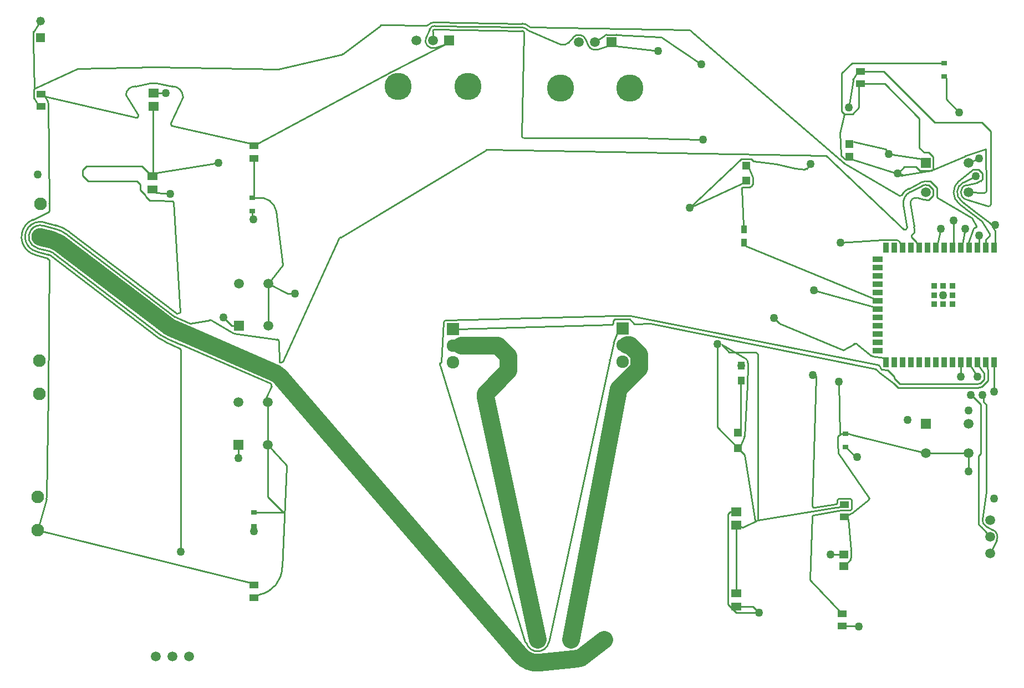
<source format=gtl>
G04*
G04 #@! TF.GenerationSoftware,Altium Limited,Altium Designer,25.4.2 (15)*
G04*
G04 Layer_Physical_Order=1*
G04 Layer_Color=255*
%FSLAX44Y44*%
%MOMM*%
G71*
G04*
G04 #@! TF.SameCoordinates,4A3AD181-7CB4-4688-AC2E-BB694ACB6322*
G04*
G04*
G04 #@! TF.FilePolarity,Positive*
G04*
G01*
G75*
%ADD16R,1.4986X1.3208*%
%ADD17R,0.9000X1.5000*%
%ADD18R,1.5000X0.9000*%
%ADD19R,0.9000X0.9000*%
%ADD20R,0.9500X1.2000*%
%ADD21R,1.1000X1.2500*%
%ADD22R,1.4986X1.2700*%
%ADD23R,0.9398X0.7620*%
%ADD24R,1.4500X1.1500*%
%ADD25R,1.2508X1.2088*%
%ADD26R,1.4000X1.0500*%
%ADD27R,1.1500X1.1500*%
%ADD36C,1.4986*%
%ADD39R,1.4986X1.4986*%
%ADD40R,1.4986X1.4986*%
%ADD41R,1.3208X1.3208*%
%ADD42C,1.3208*%
%ADD49C,0.2946*%
%ADD50C,2.7178*%
%ADD51C,0.2946*%
%ADD52R,1.9200X1.9200*%
%ADD53C,1.9200*%
%ADD54R,1.5000X1.5000*%
%ADD55C,1.5000*%
%ADD56C,4.1550*%
%ADD57C,1.9500*%
%ADD58C,1.8000*%
%ADD59C,1.2700*%
D16*
X481330Y1137666D02*
D03*
Y1117600D02*
D03*
X1371600Y497840D02*
D03*
Y477774D02*
D03*
D17*
X1765000Y901840D02*
D03*
X1752300D02*
D03*
X1739600D02*
D03*
X1726900D02*
D03*
X1714200D02*
D03*
X1701500D02*
D03*
X1688800D02*
D03*
X1676100D02*
D03*
X1663400D02*
D03*
X1650700D02*
D03*
X1638000D02*
D03*
X1625300D02*
D03*
X1612600D02*
D03*
X1599900D02*
D03*
Y726840D02*
D03*
X1612600D02*
D03*
X1625300D02*
D03*
X1638000D02*
D03*
X1650700D02*
D03*
X1663400D02*
D03*
X1676100D02*
D03*
X1688800D02*
D03*
X1701500D02*
D03*
X1714200D02*
D03*
X1726900D02*
D03*
X1739600D02*
D03*
X1752300D02*
D03*
X1765000D02*
D03*
D18*
X1587400Y884190D02*
D03*
Y871490D02*
D03*
Y858790D02*
D03*
Y846090D02*
D03*
Y833390D02*
D03*
Y820690D02*
D03*
Y807990D02*
D03*
Y795290D02*
D03*
Y782590D02*
D03*
Y769890D02*
D03*
Y757190D02*
D03*
Y744490D02*
D03*
D19*
X1687800Y829340D02*
D03*
Y815340D02*
D03*
X1701800D02*
D03*
Y829340D02*
D03*
Y843340D02*
D03*
X1687800D02*
D03*
X1673800D02*
D03*
Y829340D02*
D03*
Y815340D02*
D03*
D20*
X1383030Y929980D02*
D03*
Y908980D02*
D03*
D21*
X1379220Y698180D02*
D03*
Y721680D02*
D03*
D22*
X1371600Y352933D02*
D03*
Y373507D02*
D03*
X480060Y990473D02*
D03*
Y1011047D02*
D03*
D23*
X632460Y957326D02*
D03*
Y977900D02*
D03*
X635000Y476123D02*
D03*
Y496697D02*
D03*
X1689100Y1163320D02*
D03*
Y1183894D02*
D03*
X1537970Y596773D02*
D03*
Y617347D02*
D03*
D24*
X1535430Y433070D02*
D03*
Y415070D02*
D03*
D25*
X1544320Y1059834D02*
D03*
Y1040746D02*
D03*
D26*
X1536700Y490270D02*
D03*
Y509270D02*
D03*
X1560830Y1151940D02*
D03*
Y1170940D02*
D03*
X635000Y1038250D02*
D03*
Y1057250D02*
D03*
Y367030D02*
D03*
Y386030D02*
D03*
X1532890Y323240D02*
D03*
Y342240D02*
D03*
X309880Y1117600D02*
D03*
Y1136600D02*
D03*
D27*
X1374140Y618810D02*
D03*
Y595310D02*
D03*
X1386840Y1027430D02*
D03*
Y1003930D02*
D03*
D36*
X485140Y276860D02*
D03*
X510540D02*
D03*
X535940D02*
D03*
X1758950Y485140D02*
D03*
Y459740D02*
D03*
Y434340D02*
D03*
X1725930Y1031240D02*
D03*
Y986240D02*
D03*
X1660930D02*
D03*
X610870Y665480D02*
D03*
X655870D02*
D03*
Y600480D02*
D03*
X612140Y847090D02*
D03*
X657140D02*
D03*
Y782090D02*
D03*
X1725930Y632460D02*
D03*
Y587460D02*
D03*
X1660930D02*
D03*
D39*
Y1031240D02*
D03*
Y632460D02*
D03*
D40*
X610870Y600480D02*
D03*
X612140Y782090D02*
D03*
D41*
X308610Y1223010D02*
D03*
D42*
Y1248410D02*
D03*
D49*
X928825Y790852D02*
G03*
X924927Y787120I105J-4012D01*
G01*
X919039Y725179D02*
G03*
X919480Y721360I10633J-707D01*
G01*
X1717974Y1001255D02*
G03*
X1715576Y972766I7956J-15015D01*
G01*
X1718352Y1001449D02*
G03*
X1717974Y1001255I7578J-15209D01*
G01*
X1739465Y1000773D02*
G03*
X1744638Y1003543I-2105J10147D01*
G01*
X1711873Y1003781D02*
G03*
X1712223Y968423I14058J-17541D01*
G01*
X1723611Y997510D02*
G03*
X1722534Y975246I2319J-11270D01*
G01*
X1573848Y516221D02*
G03*
X1574928Y518502I-1866J2280D01*
G01*
X1546693Y438820D02*
G03*
X1546676Y439196I-4013J-0D01*
G01*
X1546693Y438820D02*
G03*
X1546676Y439196I-4013J-0D01*
G01*
X1545748Y424733D02*
G03*
X1546693Y427320I-3068J2587D01*
G01*
X1545748Y424733D02*
G03*
X1546693Y427320I-3068J2587D01*
G01*
X1543391Y616922D02*
G03*
X1542415Y617042I-976J-3893D01*
G01*
X1543391Y616922D02*
G03*
X1542415Y617042I-976J-3893D01*
G01*
X1722108Y1042093D02*
G03*
X1721444Y1041836I3822J-10853D01*
G01*
X1722108Y1042093D02*
G03*
X1721444Y1041836I3822J-10853D01*
G01*
X1669129Y1019797D02*
G03*
X1669987Y1020051I-706J3950D01*
G01*
X1577377Y736869D02*
G03*
X1579191Y736040I2523J3121D01*
G01*
X1577377Y736869D02*
G03*
X1579191Y736040I2523J3121D01*
G01*
X1551168Y755165D02*
X1551169D01*
X1436982Y786548D02*
G03*
X1437937Y785901I2099J2068D01*
G01*
X1436982Y786548D02*
G03*
X1437937Y785901I2099J2068D01*
G01*
X1595400Y913353D02*
G03*
X1595151Y913345I0J-4013D01*
G01*
X1643228Y931706D02*
G03*
X1643064Y933702I-13919J-138D01*
G01*
X1643228Y931675D02*
G03*
X1643228Y931706I-5486J1D01*
G01*
X569889Y790656D02*
G03*
X567888Y791027I-1504J-2534D01*
G01*
X602591Y771150D02*
G03*
X604097Y770621I2056J3447D01*
G01*
X673173Y758605D02*
G03*
X670632Y761419I-2945J-105D01*
G01*
X674896Y726021D02*
G03*
X674287Y726292I-15823J-34715D01*
G01*
X1756150Y964862D02*
G03*
X1759966Y967654I870J2815D01*
G01*
X1476281Y1021408D02*
G03*
X1478755Y1022372I282J2933D01*
G01*
X1476281Y1021408D02*
G03*
X1476282Y1021408I282J2933D01*
G01*
X1389579Y721383D02*
G03*
X1389473Y723186I-10359J297D01*
G01*
X1389579Y721383D02*
G03*
X1389473Y723186I-10359J297D01*
G01*
X1141644Y1220024D02*
G03*
X1122353Y1223095I-10604J-4484D01*
G01*
X1044959Y1238572D02*
G03*
X1044875Y1238574I-173J-5484D01*
G01*
X1103322Y1212230D02*
G03*
X1115260Y1214939I4118J9510D01*
G01*
X911172Y1240736D02*
G03*
X903261Y1235575I-138J-8432D01*
G01*
X844246Y1170222D02*
G03*
X843679Y1169927I11144J-22142D01*
G01*
X526566Y1132882D02*
G03*
X510490Y1148283I-16076J-690D01*
G01*
X453593D02*
G03*
X439458Y1135145I0J-14173D01*
G01*
X320893Y1122864D02*
G03*
X320289Y1124969I-4013J-14D01*
G01*
X322373Y969010D02*
G03*
X322373Y969142I-13763J0D01*
G01*
X321101Y677958D02*
G03*
X321103Y678107I-13761J222D01*
G01*
X318048Y516971D02*
G03*
X318561Y520478I-13248J3729D01*
G01*
X1590535Y720192D02*
G03*
X1590000Y721135I-2787J-956D01*
G01*
X1209938Y797505D02*
G03*
X1208872Y797610I-1065J-5382D01*
G01*
X1186348D02*
G03*
X1186218Y797608I0J-5486D01*
G01*
D02*
G03*
X1186204Y797608I130J-5485D01*
G01*
X1178216Y730198D02*
G03*
X1178139Y729859I17131J-4044D01*
G01*
X1051239Y297105D02*
G03*
X1085267Y298505I16831J5155D01*
G01*
X1660930Y1003233D02*
G03*
X1653153Y1001348I0J-16993D01*
G01*
X1045135Y1244055D02*
G03*
X1044953Y1244060I-349J-10967D01*
G01*
X1054377Y1240179D02*
G03*
X1045135Y1244055I-9644J-10037D01*
G01*
X1301371Y1233740D02*
G03*
X1299498Y1234456I-1925J-2230D01*
G01*
X1634624Y991801D02*
G03*
X1625132Y983212I11394J-22131D01*
G01*
X911274Y1246221D02*
G03*
X900913Y1241860I-240J-13917D01*
G01*
X898735Y1240937D02*
G03*
X900913Y1241860I36J2946D01*
G01*
X298565Y1231680D02*
G03*
X297993Y1229614I3441J-2066D01*
G01*
Y1216406D02*
G03*
X297994Y1216311I4013J0D01*
G01*
X299694Y1144290D02*
G03*
X298867Y1141850I3186J-2440D01*
G01*
Y1131350D02*
G03*
X299471Y1129232I4013J0D01*
G01*
X1047679Y1230074D02*
G03*
X1044786Y1233088I-2946J68D01*
G01*
X1047679Y1230074D02*
G03*
X1044786Y1233088I-2946J68D01*
G01*
X911081Y1235250D02*
G03*
X908088Y1232252I-48J-2946D01*
G01*
X911081Y1235250D02*
G03*
X908088Y1232252I-48J-2946D01*
G01*
X1044010Y1072345D02*
G03*
X1046956Y1069340I2946J-58D01*
G01*
X1044010Y1072345D02*
G03*
X1046956Y1069340I2946J-58D01*
G01*
X1220509Y1069339D02*
G03*
X1220431Y1069340I-78J-2945D01*
G01*
X1220509Y1069339D02*
G03*
X1220431Y1069340I-78J-2945D01*
G01*
X1257964Y1222567D02*
G03*
X1256514Y1223056I-1634J-2452D01*
G01*
X1257964Y1222567D02*
G03*
X1256514Y1223056I-1634J-2452D01*
G01*
X669036Y957722D02*
G03*
X641067Y977595I-24284J-4560D01*
G01*
X489768Y763714D02*
G03*
X490378Y763260I29624J39186D01*
G01*
X490432Y763220D02*
G03*
X490853Y762916I28960J39679D01*
G01*
X490853Y762916D02*
G03*
X490862Y762910I3200J4456D01*
G01*
X352313Y926360D02*
G03*
X332869Y935785I-33073J-43456D01*
G01*
X314440Y940551D02*
G03*
X314335Y940578I-10214J-39388D01*
G01*
X1660930Y997746D02*
G03*
X1655660Y996468I0J-11506D01*
G01*
X1660930Y997746D02*
G03*
X1655660Y996468I0J-11506D01*
G01*
X1657879Y975145D02*
G03*
X1660930Y974734I3050J11094D01*
G01*
X1657879Y975145D02*
G03*
X1660930Y974734I3050J11094D01*
G01*
X1637130Y986920D02*
G03*
X1626838Y966717I8888J-17250D01*
G01*
X1627286Y929426D02*
G03*
X1632220Y932021I2022J2143D01*
G01*
X1627286Y929426D02*
G03*
X1632220Y932021I2022J2143D01*
G01*
X494053Y767373D02*
G03*
X494062Y767367I10188J14354D01*
G01*
X494053Y767373D02*
G03*
X494062Y767367I10188J14354D01*
G01*
X348991Y921993D02*
G03*
X331508Y930471I-29751J-39090D01*
G01*
X348991Y921993D02*
G03*
X331508Y930471I-29751J-39090D01*
G01*
X313060Y935241D02*
G03*
X312959Y935266I-8833J-34078D01*
G01*
D02*
G03*
X294634Y928911I-4350J-17056D01*
G01*
X327670Y893980D02*
G03*
X322724Y896379I-8430J-11076D01*
G01*
X327670Y893980D02*
G03*
X322724Y896379I-8430J-11076D01*
G01*
X294634Y928911D02*
G03*
X304200Y901169I13976J-10701D01*
G01*
X294634Y928911D02*
G03*
X304199Y901169I13976J-10701D01*
G01*
X643838Y371460D02*
G03*
X677933Y412874I-8181J41476D01*
G01*
X502010Y762874D02*
G03*
X502044Y762859I17383J40026D01*
G01*
X502010Y762874D02*
G03*
X502044Y762859I17383J40026D01*
G01*
X494062Y767366D02*
G03*
X501966Y762893I25330J35533D01*
G01*
X494062Y767366D02*
G03*
X501966Y762893I25330J35533D01*
G01*
X523690Y753509D02*
G03*
X523619Y753540I-3396J-7719D01*
G01*
X523691Y753508D02*
G03*
X523619Y753540I-3398J-7718D01*
G01*
X1392590Y994167D02*
G03*
X1396603Y998180I-0J4013D01*
G01*
X1392590Y994167D02*
G03*
X1396603Y998180I-0J4013D01*
G01*
X1382834Y994155D02*
G03*
X1379895Y991208I7J-2946D01*
G01*
X1382834Y994155D02*
G03*
X1379895Y991208I7J-2946D01*
G01*
Y991208D02*
G03*
X1379897Y991096I2946J0D01*
G01*
X1379895Y991208D02*
G03*
X1379897Y991096I2946J0D01*
G01*
X1769208Y454528D02*
G03*
X1763820Y470165I-10258J5212D01*
G01*
X1769208Y454528D02*
G03*
X1763820Y470165I-10258J5212D01*
G01*
X1747556Y486741D02*
G03*
X1754080Y474715I11394J-1601D01*
G01*
X1747556Y486741D02*
G03*
X1754080Y474715I11394J-1601D01*
G01*
X1145436Y1211056D02*
G03*
X1159543Y1204573I10604J4484D01*
G01*
X1051646Y1235198D02*
G03*
X1054094Y1233580I5803J6119D01*
G01*
X1051619Y1235224D02*
G03*
X1051647Y1235198I3793J3964D01*
G01*
X1050586Y1236213D02*
G03*
X1044959Y1238572I-5853J-6071D01*
G01*
X897778Y1222546D02*
G03*
X911893Y1207113I10612J-4466D01*
G01*
X1055422Y1239179D02*
G03*
X1057390Y1238371I2028J2138D01*
G01*
X1646112Y911090D02*
G03*
X1645272Y912242I-3612J-1750D01*
G01*
X514473Y796050D02*
G03*
X516022Y795169I4919J6849D01*
G01*
X991443Y1051545D02*
G03*
X989877Y1051126I-50J-2946D01*
G01*
X1648276Y977795D02*
G03*
X1637687Y968364I-2258J-8125D01*
G01*
X297243Y944427D02*
G03*
X285924Y935585I11367J-26217D01*
G01*
X321373Y891062D02*
G03*
X321331Y891073I-2133J-8159D01*
G01*
X324347Y889614D02*
G03*
X321373Y891062I-5107J-6711D01*
G01*
X499777Y757862D02*
G03*
X499834Y757837I9234J21162D01*
G01*
D02*
G03*
X499837Y757836I19558J45063D01*
G01*
X290271Y932237D02*
G03*
X302845Y895853I18339J-14028D01*
G01*
X1184842Y757831D02*
G03*
X1184308Y756002I12768J-4721D01*
G01*
X1085267Y298505D02*
G03*
X1085274Y298538I-17197J3755D01*
G01*
X1388690Y728514D02*
G03*
X1386763Y731384I-3970J-584D01*
G01*
X1388726Y691685D02*
G03*
X1388732Y691815I-4006J245D01*
G01*
X1383571Y611462D02*
G03*
X1383896Y612815I-3681J1598D01*
G01*
X1550421Y1159308D02*
G03*
X1549870Y1157841I3409J-2118D01*
G01*
X1476282Y1021408D02*
G03*
X1478755Y1022372I281J2933D01*
G01*
X1382034Y999602D02*
G03*
X1379322Y998871I808J-8394D01*
G01*
X1750799Y985599D02*
G03*
X1753812Y988600I67J2946D01*
G01*
X1209954Y797502D02*
G03*
X1209938Y797505I-1082J-5379D01*
G01*
X1535892Y1031328D02*
G03*
X1535900Y1031324I2174J3374D01*
G01*
X1535891Y1031329D02*
G03*
X1535892Y1031328I2175J3373D01*
G01*
X830330Y1242044D02*
G03*
X828498Y1241442I-48J-2946D01*
G01*
X1620538Y981294D02*
G03*
X1624498Y982235I1488J2543D01*
G01*
X770200Y1197406D02*
G03*
X771310Y1197930I-674J2868D01*
G01*
X301189Y1145489D02*
G03*
X299694Y1144290I1691J-3639D01*
G01*
X1188776Y1227046D02*
G03*
X1188540Y1227053I-236J-4006D01*
G01*
X1173540D02*
G03*
X1171217Y1226313I0J-4013D01*
G01*
X489641Y763810D02*
G03*
X489646Y763806I3323J4366D01*
G01*
X489753Y763725D02*
G03*
X489768Y763714I27854J36831D01*
G01*
X314308Y940584D02*
G03*
X290271Y932238I-5698J-22374D01*
G01*
X1626840Y966705D02*
G03*
X1626842Y966695I5423J831D01*
G01*
X1626838Y966717D02*
G03*
X1626840Y966705I10846J1661D01*
G01*
X767075Y917391D02*
G03*
X764540Y915670I146J-2943D01*
G01*
X674896Y726021D02*
G03*
X678794Y727482I1217J2683D01*
G01*
X661754Y690084D02*
G03*
X660255Y694005I-2681J1222D01*
G01*
X514473Y796050D02*
G03*
X514466Y796055I-10231J-14323D01*
G01*
X537711Y785800D02*
G03*
X537598Y785850I-17418J-40010D01*
G01*
X514285Y796189D02*
G03*
X514293Y796183I3323J4366D01*
G01*
X501966Y762893D02*
G03*
X502010Y762874I7044J16131D01*
G01*
X1546080Y494567D02*
G03*
X1548836Y495760I-718J5439D01*
G01*
X1396603Y1009680D02*
G03*
X1396271Y1011278I-4013J0D01*
G01*
X285924Y935585D02*
G03*
X285910Y935566I4347J-3347D01*
G01*
X285910Y935566D02*
G03*
X301446Y890548I22700J-17356D01*
G01*
X1535444Y1031664D02*
G03*
X1535891Y1031329I2623J3038D01*
G01*
X489646Y763806D02*
G03*
X489753Y763725I27962J36749D01*
G01*
X314335Y940578D02*
G03*
X314323Y940581I-1375J-5311D01*
G01*
X314315Y940583D02*
G03*
X314313Y940583I-10089J-39420D01*
G01*
X490862Y762910D02*
G03*
X499773Y757864I28530J39990D01*
G01*
X314323Y940581D02*
G03*
X314315Y940583I-5713J-22371D01*
G01*
X492964Y768176D02*
G03*
X493076Y768091I24644J32379D01*
G01*
D02*
G03*
X493714Y767617I26316J34809D01*
G01*
X493714Y767617D02*
G03*
X494053Y767373I25678J35283D01*
G01*
X514293Y796183D02*
G03*
X514466Y796055I5099J6717D01*
G01*
X314313Y940583D02*
G03*
X314308Y940584I-1353J-5317D01*
G01*
X1620712Y911090D02*
G03*
X1617100Y913353I-3611J-1750D01*
G01*
X920966Y727609D02*
X924927Y787120D01*
X919480Y721360D02*
X1048609Y298525D01*
X919039Y725179D02*
X920966Y727609D01*
X1048609Y298525D02*
X1051232Y297130D01*
X919480Y721360D02*
X919480Y721360D01*
X1715576Y972766D02*
X1738517Y955117D01*
X1763063Y933916D02*
X1763082Y933885D01*
X1764359Y931769D01*
X481330Y1137920D02*
X500380D01*
X1358900Y356870D02*
X1371600Y344170D01*
X1204511Y741136D02*
Y752566D01*
X1752300Y913892D02*
X1758916Y920508D01*
X1747416Y941348D02*
X1747805Y940959D01*
X1712223Y968423D02*
X1747264Y941465D01*
X1747416Y941348D01*
X1747805Y940959D02*
X1758916Y922549D01*
Y920508D02*
Y922549D01*
X1758495Y940008D02*
X1761776Y936728D01*
X1761776Y936688D02*
X1763502Y934962D01*
X1765000Y901840D02*
X1767271Y907867D01*
X1763502Y934962D02*
X1764825D01*
X1763063Y933916D02*
X1764825Y934962D01*
X1761776Y936728D02*
X1761776Y936688D01*
X1764359Y931769D02*
X1767257Y936405D01*
X1764359Y931769D02*
X1767271Y927185D01*
X1738517Y955117D02*
X1758495Y940008D01*
X1767271Y907867D02*
Y927185D01*
X1739600Y901840D02*
X1742440Y907867D01*
Y920750D01*
X1530171Y1076800D02*
X1530173Y1076742D01*
X1536700Y1105916D02*
X1549400D01*
X1530171Y1076800D02*
Y1077188D01*
X1530173Y1076742D02*
X1531470Y1043578D01*
X1530171Y1077188D02*
X1536700Y1105916D01*
X1537110Y1037474D02*
X1539046D01*
X1531516Y1042425D02*
X1532408Y1041533D01*
X1531470Y1043578D02*
X1531516Y1042425D01*
X1532408Y1041533D02*
X1537110Y1037474D01*
X1539539Y1037780D02*
X1544320Y1040746D01*
X1539046Y1037474D02*
X1539539Y1037780D01*
X1599907Y1051629D02*
X1604010Y1045210D01*
X1550647Y1063123D02*
X1599071Y1052465D01*
X1599907Y1051629D01*
X1725930Y1031240D02*
X1742509Y1038290D01*
X1689100Y1163320D02*
X1689989D01*
X1692326Y1160983D01*
Y1128344D02*
Y1160983D01*
Y1128344D02*
X1711960Y1108710D01*
X1746504Y1092962D02*
X1759966Y1079500D01*
X1596390Y1170940D02*
X1674368Y1092962D01*
X1746504D01*
X1759966Y967665D02*
Y1079500D01*
X1747724Y1006629D02*
Y1015214D01*
X1739437Y1000767D02*
X1739465Y1000773D01*
X1741654Y1021285D02*
X1747724Y1015214D01*
X1733069Y1021285D02*
X1741654D01*
X1711873Y1003781D02*
X1733069Y1021285D01*
X1718352Y1001449D02*
X1737361Y1010921D01*
X1744638Y1003543D02*
X1747724Y1006629D01*
X1723611Y997510D02*
X1739437Y1000767D01*
X1725601Y907867D02*
X1726900Y901840D01*
X1733615Y930946D02*
X1734445Y931775D01*
X1734892Y931992D02*
X1737872Y933435D01*
X1725601Y907867D02*
X1733615Y930946D01*
X1734445Y931775D02*
X1734892Y931992D01*
X1752300Y901840D02*
Y913892D01*
X1574928Y518502D02*
X1574928Y518501D01*
X1546693Y427320D02*
Y438820D01*
X1537970Y617042D02*
X1542415D01*
X1531863D02*
X1537970D01*
X1527810Y697230D02*
X1529549Y615320D01*
X1531863Y617042D01*
X1551744Y754091D02*
X1551865Y754156D01*
X1554347Y755486D01*
X1672794Y1021239D02*
X1721444Y1041836D01*
X1669987Y1020051D02*
X1672794Y1021239D01*
X1651775Y1019734D02*
X1670085D01*
X1626861Y1012239D02*
X1669129Y1019796D01*
X1559052Y1115568D02*
Y1151940D01*
X1614170Y1017270D02*
X1620441D01*
X1579191Y736040D02*
X1596873Y732867D01*
X1551169Y755165D02*
X1551324Y755165D01*
X1429174Y794476D02*
X1436982Y786548D01*
X1551324Y755165D02*
X1551479Y755182D01*
X1554347Y755486D01*
X1535355Y745310D02*
X1551744Y754091D01*
X1639461Y920274D02*
X1643228Y925804D01*
Y931675D01*
X1643228Y931706D02*
X1643228Y931706D01*
X1639461Y917794D02*
X1639461Y920274D01*
X1722534Y975246D02*
X1756150Y964862D01*
X600940Y782090D02*
X612140D01*
X588010Y795020D02*
X600940Y782090D01*
X610870Y580390D02*
Y600480D01*
X537598Y785850D02*
X567888Y791027D01*
X569889Y790656D02*
X569894Y790653D01*
X602591Y771150D01*
X604097Y770621D02*
X670632Y761419D01*
X673173Y758605D02*
X673173Y758602D01*
X674287Y726292D01*
X991443Y1051545D02*
X1508760Y1042670D01*
X1532636Y1109980D02*
Y1168400D01*
X1548130Y1183894D01*
X1689100D01*
X1532636Y1109980D02*
X1536700Y1105916D01*
X1549400D02*
X1559052Y1115568D01*
Y1151940D02*
X1560830D01*
X1759966Y967654D02*
X1759966Y967665D01*
X1604010Y1045210D02*
X1654910Y1037260D01*
Y1031240D02*
X1660930D01*
X1646226Y1025283D02*
X1651775Y1019734D01*
X1651254Y1054354D02*
X1658233Y1047375D01*
X1670085Y1019734D02*
X1670195Y1019844D01*
X1665457Y1047375D02*
X1672436Y1040395D01*
X1620441Y1017270D02*
X1628453Y1025283D01*
X1646226D01*
X1672436Y1022085D02*
Y1040395D01*
X1658233Y1047375D02*
X1665457D01*
X1651254Y1054354D02*
Y1099058D01*
X1598372Y1151940D02*
X1651254Y1099058D01*
X1654910Y1037260D02*
X1660930Y1031240D01*
X1654910Y1032157D02*
X1660930Y1031240D01*
X1560830Y1170940D02*
X1596390D01*
X1560830Y1151940D02*
X1598372D01*
X1461496Y1022890D02*
X1476281Y1021408D01*
X1360955Y741934D02*
X1401572D01*
X1388732Y691815D02*
X1389579Y721383D01*
X1349418Y753471D02*
X1386763Y731384D01*
X1115260Y1214939D02*
X1122352Y1223095D01*
X1054094Y1233580D02*
X1103322Y1212230D01*
X911172Y1240736D02*
X1044875Y1238574D01*
X897778Y1222546D02*
X903261Y1235575D01*
X844246Y1170222D02*
X927363Y1212054D01*
X485623Y1153363D02*
X510490Y1148283D01*
X453593D02*
X477037Y1153363D01*
X320280Y1124981D02*
X320288Y1124968D01*
X320893Y1122864D02*
X322373Y969143D01*
X322373Y957222D02*
Y969010D01*
X321103Y678107D02*
X322186Y882876D01*
X321101Y677920D02*
X321101Y677958D01*
X304800Y469900D02*
X318049Y516971D01*
X1589660Y721475D02*
X1590000Y721135D01*
X1186348Y797610D02*
X1208872D01*
X928825Y790852D02*
X1186204Y797608D01*
X1178216Y730198D02*
X1184307Y756003D01*
X1085274Y298537D02*
X1178139Y729859D01*
X1051232Y297130D02*
X1051239Y297105D01*
X1054377Y1240179D02*
X1055422Y1239179D01*
X1299494Y1234456D02*
X1299498D01*
X1634624Y991801D02*
X1653152Y1001348D01*
X1624498Y982235D02*
X1625132Y983212D01*
X911274Y1246221D02*
X1044953Y1244060D01*
X898723Y1240937D02*
X898735Y1240937D01*
X297993Y1216406D02*
Y1229614D01*
X297994Y1216311D02*
X299694Y1144290D01*
X298867Y1131350D02*
Y1141850D01*
X1044010Y1072355D02*
X1047679Y1230074D01*
X908088Y1232252D02*
X908088Y1232241D01*
X1046956Y1069340D02*
X1220431D01*
X1220509Y1069339D02*
X1315720Y1066800D01*
X1256503Y1223057D02*
X1256514Y1223056D01*
X640852Y977595D02*
X641067D01*
X481118Y1112469D02*
X481330D01*
X490378Y763260D02*
X490432Y763220D01*
X314440Y940551D02*
X332854Y935789D01*
X352313Y926360D02*
X352330Y926347D01*
X332854Y935789D02*
X332869Y935785D01*
X1655649Y996463D02*
X1655660Y996468D01*
X1660930Y974734D02*
X1665696D01*
X1637130Y986921D02*
X1655649Y996463D01*
X1637687Y968364D02*
X1643064Y933702D01*
X1627274Y929438D02*
X1627286Y929426D01*
X1639461Y917794D02*
X1639468Y917787D01*
X677933Y412873D02*
Y412936D01*
X313060Y935241D02*
X331508Y930471D01*
X294634Y928911D02*
X294634D01*
X304200Y901169D02*
X322724Y896380D01*
X523691Y753508D02*
X660255Y694005D01*
X640527Y370807D02*
X643838Y371460D01*
X502044Y762859D02*
X523619Y753540D01*
X1396603Y998180D02*
Y1009680D01*
X1382834Y994155D02*
X1392590Y994167D01*
X1758950Y434340D02*
X1769208Y454528D01*
X1747556Y486741D02*
X1753358Y528046D01*
X1371600Y352933D02*
X1397127D01*
X1405890Y344170D01*
X632460Y946150D02*
Y957326D01*
Y946150D02*
X633730Y944880D01*
X1362075Y497840D02*
X1371600D01*
X1358900Y494665D02*
X1362075Y497840D01*
X1358900Y356870D02*
Y494665D01*
X1371600Y344170D02*
X1405890D01*
X1342390Y627060D02*
Y754380D01*
Y627060D02*
X1374140Y595310D01*
X1400730Y484366D02*
Y484378D01*
X1401146D01*
Y483485D02*
Y484378D01*
X655870Y520404D02*
Y600480D01*
Y520404D02*
X679577Y496697D01*
X1349418Y753471D02*
X1360955Y741934D01*
X1401572D02*
X1404487Y739019D01*
Y484974D02*
Y739019D01*
X481330Y1112469D02*
Y1117600D01*
Y1137666D02*
Y1137920D01*
X1315720Y1066800D02*
X1320800D01*
X657140Y782090D02*
Y847090D01*
X1725930Y560070D02*
Y587460D01*
X1515110Y433070D02*
X1535430D01*
X1557630Y323240D02*
X1558290Y322580D01*
X1532890Y323240D02*
X1557630D01*
X1175013Y1209513D02*
X1181040Y1215540D01*
X1159542Y1204573D02*
X1175013Y1209513D01*
X1141644Y1220023D02*
X1145436Y1211056D01*
X1050586Y1236213D02*
X1051619Y1235224D01*
X911892Y1207113D02*
X927363Y1212054D01*
X933390Y1218080D01*
X1536890Y1030689D02*
X1620538Y981294D01*
X1301371Y1233740D02*
X1535444Y1031664D01*
X1057390Y1238371D02*
X1299494Y1234456D01*
X298565Y1231680D02*
X308610Y1248410D01*
X830330Y1242043D02*
X898723Y1240937D01*
X1761973Y898813D02*
X1765000Y901840D01*
X481086Y1015924D02*
X481086Y1096165D01*
X481118Y1099783D02*
X481118Y1099921D01*
X480060Y1011047D02*
X481086Y1015924D01*
X481118Y1099921D02*
Y1112469D01*
X481086Y1096165D02*
X481118Y1099783D01*
X635000Y496697D02*
X679577D01*
X677933Y412936D02*
X684868Y567549D01*
X348991Y921993D02*
X514285Y796189D01*
X635000Y468630D02*
Y476123D01*
X655870Y600480D02*
X684096Y569603D01*
X684868Y568759D01*
Y567549D02*
Y568759D01*
X635686Y977595D02*
X640852D01*
X678765Y874537D02*
Y875733D01*
X657140Y847090D02*
X678133Y873735D01*
X632460Y977900D02*
X635686Y977595D01*
X669036Y957722D02*
X678765Y875733D01*
X678133Y873735D02*
X678765Y874537D01*
X480060Y990473D02*
X486080Y985596D01*
X506730Y984250D01*
X486634Y973887D02*
X510848Y972768D01*
X475767Y973887D02*
X486634D01*
X510848Y972768D02*
X512504Y971113D01*
X522333Y803078D01*
X477037Y1153363D02*
X485623D01*
X319377Y885709D02*
X321103Y883982D01*
X439458Y1135145D02*
X439915Y1133337D01*
X321103Y883982D02*
X322186Y882876D01*
X297243Y944427D02*
X320647Y955496D01*
X439915Y1133337D02*
X458241Y1104730D01*
X318561Y520478D02*
X321101Y677920D01*
X315407Y1132823D02*
X320280Y1124981D01*
X301446Y890548D02*
X319377Y885709D01*
X320647Y955496D02*
X322373Y957222D01*
X1371600Y477774D02*
X1377620Y475622D01*
X1384993Y475841D02*
X1401146Y483485D01*
X1377620Y475622D02*
X1380887Y474453D01*
X1382060D01*
X1384993Y475841D01*
X1401146Y483485D02*
X1403272Y484491D01*
X1383761Y585690D02*
X1384434Y585016D01*
X1400730Y484366D01*
X1374140Y595310D02*
X1383761Y585690D01*
X1404487Y484974D02*
X1524159Y504357D01*
X1524454Y504405D01*
X1531173Y505493D01*
X468946Y982151D02*
X469697Y979957D01*
X302845Y895853D02*
X321331Y891073D01*
X521514Y747516D02*
X523240Y745791D01*
X469697Y979957D02*
X475767Y973887D01*
X352330Y926347D02*
X517595Y800571D01*
X522333Y803078D01*
X499836Y757836D02*
X521514Y747516D01*
X461796Y990134D02*
X468946Y982151D01*
X523240Y436880D02*
Y745791D01*
X461045Y990973D02*
X461796Y990134D01*
X461045Y990973D02*
Y993181D01*
X1589081Y721850D02*
X1589660Y721475D01*
X1209954Y797502D02*
X1585558Y722793D01*
X1589081Y721850D01*
X632333Y957453D02*
X632460Y957326D01*
X1526540Y610198D02*
Y611731D01*
Y612639D01*
X1602978Y714656D02*
X1605527Y712107D01*
X1613099Y704536D01*
X1537970Y596773D02*
X1538859D01*
X1553972Y581660D02*
X1555750D01*
X1538859Y596773D02*
X1553972Y581660D01*
X1527607Y587908D02*
Y594423D01*
X1548569Y615624D02*
X1548579Y615621D01*
X1574267Y520281D02*
X1574928Y518502D01*
X1526540Y612639D02*
X1528266Y614365D01*
X1527607Y587908D02*
X1574267Y520281D01*
X1528266Y614365D02*
X1529549Y615320D01*
X1543391Y616922D02*
X1548569Y615624D01*
X1765000Y726840D02*
X1765300Y720813D01*
Y681990D02*
Y720813D01*
X1753380Y528354D02*
X1753387Y528559D01*
Y661606D01*
X1748853Y666140D02*
Y675577D01*
Y666140D02*
X1753387Y661606D01*
X1753358Y528046D02*
X1753380Y528354D01*
X1747520Y676910D02*
X1748853Y675577D01*
X1729740Y676910D02*
X1730324D01*
X1744980Y586757D02*
Y662254D01*
X1730324Y676910D02*
X1744980Y662254D01*
X1744193Y694487D02*
X1750263Y700557D01*
X1612409Y694134D02*
X1618813Y687730D01*
X1741957Y583735D02*
X1744980Y586757D01*
X1746465Y689000D02*
X1755750Y698285D01*
X1618813Y687730D02*
X1740165D01*
X1737892Y693217D02*
X1744193Y694487D01*
X1621378Y693217D02*
X1737892D01*
X1740165Y687730D02*
X1746465Y689000D01*
X1613099Y701496D02*
X1621378Y693217D01*
X1726900Y726840D02*
X1729927Y720813D01*
X1731087Y717678D02*
X1739900Y704850D01*
X1729927Y720813D02*
X1731087Y717678D01*
X1750263Y700557D02*
Y709143D01*
X1755750Y698285D02*
Y711415D01*
X1743787Y717678D02*
X1750263Y709143D01*
X1755327Y720813D02*
X1755750Y711415D01*
X1741957Y478135D02*
Y583735D01*
Y478135D02*
X1746320Y473772D01*
X1714200Y726840D02*
X1714500Y720813D01*
Y704850D02*
Y720813D01*
X1752300Y726840D02*
X1755327Y720813D01*
X1739600Y726840D02*
X1742627Y720813D01*
X1743787Y717678D01*
X1613099Y701496D02*
Y704536D01*
X1591465Y709841D02*
X1612091Y694410D01*
X1602718Y714656D02*
X1602978D01*
X1612091Y694410D02*
X1612409Y694134D01*
X1584407Y716202D02*
X1591465Y709841D01*
X1590535Y720192D02*
X1591387Y717678D01*
X1593738Y715327D02*
X1602718Y714656D01*
X1240087Y785611D02*
X1584407Y716202D01*
X1591387Y717678D02*
X1593738Y715327D01*
X1701500Y901840D02*
X1703070Y907867D01*
Y943610D01*
X1173540Y1227053D02*
X1188540D01*
X1156040Y1215540D02*
X1171217Y1226312D01*
X1478755Y1022372D02*
X1485322Y1029687D01*
X1543050Y1116330D02*
X1549870Y1157841D01*
X1257964Y1222567D02*
X1318260Y1182370D01*
X1188776Y1227046D02*
X1256503Y1223057D01*
X365399Y1175333D02*
X365967Y1175597D01*
X483221Y1177439D01*
X483268D02*
X671711Y1174600D01*
X672070D01*
X301189Y1145489D02*
X365399Y1175333D01*
X672070Y1174600D02*
X672399Y1174676D01*
X770200Y1197406D01*
X483221Y1177439D02*
X483268D01*
X458241Y1102646D02*
Y1104730D01*
X456515Y1100920D02*
X458241Y1102646D01*
X454962Y1100920D02*
X456515D01*
X315407Y1132823D02*
X454638Y1100994D01*
X454962Y1100920D01*
X507736Y1089985D02*
X509199Y1088522D01*
X507736Y1089985D02*
Y1091860D01*
X526566Y1132160D01*
Y1132882D01*
X510026Y1088333D02*
X629473Y1061027D01*
X509199Y1088522D02*
X510026Y1088333D01*
X1181040Y1215540D02*
X1187067Y1209513D01*
X1252220Y1202690D01*
X1555303Y1167163D02*
X1560830Y1170940D01*
X1550422Y1159308D02*
X1555303Y1167163D01*
X1432898Y1029622D02*
X1461496Y1022890D01*
X1378263Y1036031D02*
X1378294Y1036060D01*
X1397637Y1033808D02*
X1432898Y1029622D01*
X1378294Y1036060D02*
X1379428Y1037193D01*
X1394252D01*
X1397637Y1033808D01*
X1300480Y962660D02*
X1378263Y1036031D01*
X991443Y1051545D02*
X991443Y1051545D01*
X1508760Y1042670D02*
X1627274Y929438D01*
X1535900Y1031324D02*
X1536890Y1030689D01*
X767075Y917391D02*
X989877Y1051126D01*
X1379897Y991096D02*
X1382279Y934507D01*
X1382563Y999653D02*
X1386840Y1003930D01*
X1382034Y999602D02*
X1382563Y999653D01*
X1300480Y962660D02*
X1379322Y998871D01*
X1386840Y1027430D02*
X1391117Y1023153D01*
X1396272Y1011278D01*
X1554347Y755486D02*
X1577377Y736869D01*
X1554312Y755515D02*
X1554347Y755486D01*
X1437937Y785900D02*
X1535354Y745310D01*
X1388691Y728513D02*
X1389473Y723186D01*
X1383896Y612815D02*
X1388726Y691685D01*
X1378417Y599587D02*
X1383571Y611462D01*
X1374140Y595310D02*
X1378417Y599587D01*
X1208872Y792123D02*
X1215952Y785043D01*
X1217214D02*
X1240087Y785611D01*
X1215952Y785043D02*
X1217214D01*
X1186348Y792123D02*
X1208872D01*
X1182305Y784065D02*
X1183997Y785758D01*
Y789772D01*
X946657Y777468D02*
X1182305Y784065D01*
X1183997Y789772D02*
X1186348Y792123D01*
X1754080Y474715D02*
X1763820Y470165D01*
X1746320Y473772D02*
X1758950Y459740D01*
X461045Y993181D02*
X461176Y996983D01*
X456386Y1003097D02*
X460314Y999168D01*
X461176Y998307D01*
Y996983D02*
Y998307D01*
X381787Y1003097D02*
X456386D01*
X373177Y1011707D02*
X381787Y1003097D01*
X373177Y1011707D02*
Y1020293D01*
X379247Y1026363D02*
X463601D01*
X478917Y1011047D01*
X373177Y1020293D02*
X379247Y1026363D01*
X478917Y1011047D02*
X480060D01*
X634841Y980237D02*
Y1034473D01*
X635000Y1038250D01*
X324347Y889614D02*
X489641Y763810D01*
X516022Y795169D02*
X537598Y785850D01*
X327670Y893979D02*
X492964Y768176D01*
X653710Y672429D02*
X661754Y690084D01*
X678794Y727482D02*
X764540Y915670D01*
X653710Y671256D02*
X655870Y665480D01*
X653710Y671256D02*
Y672429D01*
X938530Y777240D02*
X946657Y777468D01*
X1184842Y757831D02*
X1189483Y770383D01*
X1197610Y778510D01*
X1526540Y595490D02*
Y610198D01*
Y595490D02*
X1527607Y594423D01*
X610870Y776070D02*
X612140Y782090D01*
X610870Y600480D02*
X612660Y598690D01*
X911081Y1235250D02*
X1044781Y1233088D01*
X640527Y1061027D02*
X843679Y1169927D01*
X635000Y1057250D02*
X640527Y1061027D01*
X771310Y1197930D02*
X828498Y1241442D01*
X480060Y1011047D02*
X486080Y1015924D01*
X580390Y1031240D01*
X1489710Y836930D02*
X1581373Y811017D01*
X1587400Y807990D01*
X1386307Y904453D02*
X1581373Y823717D01*
X1587400Y820690D01*
X1530350Y909320D02*
X1595151Y913345D01*
X1613854Y1016243D02*
X1618105Y1014934D01*
X1488440Y707390D02*
X1492009D01*
X1487928Y507552D02*
X1493735Y704399D01*
X1492009Y707390D02*
X1493735Y705664D01*
Y704399D02*
Y705664D01*
X1750790Y985599D02*
X1750799D01*
X1618105Y1014934D02*
X1623912Y1011487D01*
X1614170Y1017270D02*
X1618105Y1014934D01*
X1626861Y1012239D01*
X1549101Y1036175D02*
X1613854Y1016243D01*
X1623912Y1011487D02*
X1626861Y1012239D01*
X1722108Y1042093D02*
X1752600Y1052830D01*
X1679050Y977582D02*
X1731835Y946413D01*
X1752600Y1052830D02*
X1753812Y988600D01*
X1725930Y986240D02*
X1750790Y985599D01*
X1717227Y907867D02*
X1720850Y930910D01*
X1731835Y946413D02*
X1732451Y945797D01*
X1737872Y934609D01*
X1737708Y932966D02*
X1737872Y933435D01*
Y934609D01*
X1673073Y895813D02*
X1676100Y901840D01*
X1679127Y907867D02*
X1684020Y930910D01*
X1657847Y975155D02*
X1657879Y975146D01*
X1648276Y977795D02*
X1657847Y975155D01*
X1677923Y978710D02*
X1679050Y977582D01*
X1672436Y981474D02*
Y991006D01*
X1665696Y974734D02*
X1672436Y981474D01*
X1677923Y978710D02*
Y993279D01*
X1667969Y1003232D02*
X1677923Y993279D01*
X1665696Y997746D02*
X1672436Y991006D01*
X1714200Y901840D02*
X1717227Y907867D01*
X1044781Y1233088D02*
X1044786D01*
X1044010Y1072345D02*
Y1072355D01*
X1660930Y997746D02*
X1665696D01*
X1660930Y1003232D02*
X1667969D01*
X908088Y1232241D02*
X908390Y1218080D01*
X1622273Y907867D02*
X1625300Y901840D01*
X1620712Y911090D02*
X1622273Y907867D01*
X1595400Y913353D02*
X1617100D01*
X1626842Y966695D02*
X1632220Y932020D01*
X1646111Y911090D02*
X1647673Y907867D01*
X1639468Y917787D02*
X1645272Y912242D01*
X1647673Y907867D02*
X1650700Y901840D01*
X686867Y831850D02*
X697230D01*
X657140Y847090D02*
X686867Y831850D01*
X1378417Y693403D02*
X1379220Y698180D01*
X1378417Y623087D02*
Y693403D01*
X1374140Y618810D02*
X1378417Y623087D01*
X1371600Y373507D02*
Y477774D01*
X1596873Y732867D02*
X1599900Y726840D01*
X1529653Y428793D02*
X1535430Y433070D01*
X1548836Y495760D02*
X1573848Y516221D01*
X1548579Y615621D02*
X1660930Y587460D01*
X1547713Y502358D02*
Y516182D01*
X1545362Y500007D02*
X1547713Y502358D01*
X1542227Y494047D02*
X1546080Y494567D01*
X1531614Y500007D02*
X1545362D01*
X1536700Y490270D02*
X1542227Y494047D01*
X1532890Y323240D02*
X1538417Y327017D01*
X309880Y1136600D02*
X315407Y1132823D01*
X632460Y977900D02*
X634841Y980237D01*
X655870Y600480D02*
Y665480D01*
X635000Y367030D02*
X640527Y370807D01*
X304800Y469900D02*
X629473Y389807D01*
X1761973Y720813D02*
X1765000Y726840D01*
X1536700Y490270D02*
X1542227Y486493D01*
X1546676Y439196D01*
X1541207Y419347D02*
X1545748Y424733D01*
X1535430Y415070D02*
X1541207Y419347D01*
X1537970Y617347D02*
X1541196Y617042D01*
X1660930Y587460D02*
X1725930D01*
X1487457Y491598D02*
X1488958Y493098D01*
X1531614Y500007D01*
X1528038Y518533D02*
X1545362D01*
X1525687Y516182D02*
X1528038Y518533D01*
X1525687Y511450D02*
Y516182D01*
X1491112Y504562D02*
X1524151Y509914D01*
X1489655Y504562D02*
X1491112D01*
X1487928Y506288D02*
X1489655Y504562D01*
X1487928Y506288D02*
Y507552D01*
X1484599Y393467D02*
X1485401Y392615D01*
X1484599Y393467D02*
Y394680D01*
X1487457Y491598D01*
X1524151Y509914D02*
X1525687Y511450D01*
X1545362Y518533D02*
X1547713Y516182D01*
X1485401Y392615D02*
X1532890Y342240D01*
X1531173Y505493D02*
X1536700Y509270D01*
X1676100Y901840D02*
X1679127Y907867D01*
X1527363Y324017D02*
X1532890Y323240D01*
X1382279Y934507D02*
X1383030Y929980D01*
Y908980D02*
X1386307Y904453D01*
X299472Y1129232D02*
X304353Y1121377D01*
X309880Y1117600D01*
X629473Y1061027D02*
X635000Y1057250D01*
X629473Y389807D02*
X635000Y386030D01*
D50*
X674637Y704723D02*
G03*
X667281Y710144I-15564J-13417D01*
G01*
X1122431Y272756D02*
G03*
X1122324Y272743I3120J-26998D01*
G01*
X1041406Y279274D02*
G03*
X1071872Y267262I26664J22986D01*
G01*
X338330Y907986D02*
G03*
X327131Y913421I-19090J-25083D01*
G01*
X308632Y918204D02*
G03*
X308610Y918210I-4406J-17042D01*
G01*
X530693Y769658D02*
G03*
X530616Y769691I-10400J-23868D01*
G01*
X1122094Y272717D02*
G03*
X1122324Y272743I-3224J29543D01*
G01*
X1122094Y272717D02*
G03*
X1122016Y272709I2927J-27020D01*
G01*
X504242Y781727D02*
G03*
X509026Y779017I15150J21173D01*
G01*
X504109Y781823D02*
G03*
X504241Y781727I15283J21077D01*
G01*
X503606Y782196D02*
G03*
X503676Y782143I14001J18359D01*
G01*
X503676D02*
G03*
X504109Y781823I15716J20757D01*
G01*
X1007364Y751840D02*
X1023285Y735919D01*
X988479Y678599D02*
X1023285Y713404D01*
X988479Y673278D02*
Y678599D01*
X951992Y751840D02*
X1007364D01*
X1023285Y713404D02*
Y735919D01*
X988479Y673278D02*
X1068070Y302260D01*
X1208710Y752566D02*
X1208925Y752781D01*
X1223339Y738367D01*
X1204511Y752566D02*
X1208710D01*
X1118870Y302260D02*
X1191749Y685463D01*
X1223339Y717053D01*
Y738367D01*
X1122431Y272756D02*
X1122469Y272760D01*
X674637Y704723D02*
X1041406Y279273D01*
X1071872Y267261D02*
X1071963Y267271D01*
X338330Y907987D02*
X503606Y782197D01*
X308632Y918204D02*
X327131Y913421D01*
X530693Y769658D02*
X530811Y769607D01*
X509027Y779017D02*
X530616Y769692D01*
X1122469Y272760D02*
X1133282Y273988D01*
X1169670Y302260D01*
X665895Y710747D02*
X667281Y710144D01*
X1071963Y267271D02*
X1122016Y272709D01*
X530811Y769607D02*
X665895Y710747D01*
D51*
X640852Y977595D02*
D03*
X1626838Y966717D02*
D03*
D52*
X1197610Y778510D02*
D03*
X938530Y777240D02*
D03*
D53*
X1197610Y753110D02*
D03*
Y727710D02*
D03*
X938530Y751840D02*
D03*
Y726440D02*
D03*
D54*
X933390Y1218080D02*
D03*
X1181040Y1215540D02*
D03*
D55*
X908390Y1218080D02*
D03*
X883390D02*
D03*
X1156040Y1215540D02*
D03*
X1131040D02*
D03*
D56*
X961390Y1148080D02*
D03*
X855390D02*
D03*
X1209040Y1145540D02*
D03*
X1103040D02*
D03*
D57*
X304800Y520700D02*
D03*
Y469900D02*
D03*
X307340Y728980D02*
D03*
Y678180D02*
D03*
X308610Y969010D02*
D03*
Y918210D02*
D03*
D58*
X1068070Y302260D02*
D03*
X1118870D02*
D03*
X1169670D02*
D03*
D59*
X1767257Y936405D02*
D03*
X1742440Y920750D02*
D03*
X1742509Y1038290D02*
D03*
X1711960Y1108710D02*
D03*
X1737361Y1010921D02*
D03*
X1527810Y697230D02*
D03*
X588010Y795020D02*
D03*
X610870Y580390D02*
D03*
X1604010Y1045210D02*
D03*
X1687800Y829340D02*
D03*
X304800Y1013460D02*
D03*
X1725930Y560070D02*
D03*
X1515110Y433070D02*
D03*
X1558290Y322580D02*
D03*
X1765300Y518160D02*
D03*
X1725930Y652780D02*
D03*
X1633220Y638810D02*
D03*
X500380Y1137920D02*
D03*
X633730Y944880D02*
D03*
X635000Y468630D02*
D03*
X506730Y984250D02*
D03*
X1405890Y344170D02*
D03*
X1555750Y581660D02*
D03*
X1765300Y681990D02*
D03*
X1747520Y676910D02*
D03*
X1729740D02*
D03*
X1739900Y704850D02*
D03*
X1714500D02*
D03*
X1703070Y943610D02*
D03*
X1485322Y1029687D02*
D03*
X1543050Y1116330D02*
D03*
X1318260Y1182370D02*
D03*
X1252220Y1202690D02*
D03*
X1300480Y962660D02*
D03*
X1429174Y794476D02*
D03*
X1342390Y754380D02*
D03*
X1379220Y721680D02*
D03*
X1320800Y1066800D02*
D03*
X580390Y1031240D02*
D03*
X1489710Y836930D02*
D03*
X1530350Y909320D02*
D03*
X1488440Y707390D02*
D03*
X1618105Y1014934D02*
D03*
X1720850Y930910D02*
D03*
X1684020D02*
D03*
X697230Y831850D02*
D03*
X523240Y436880D02*
D03*
M02*

</source>
